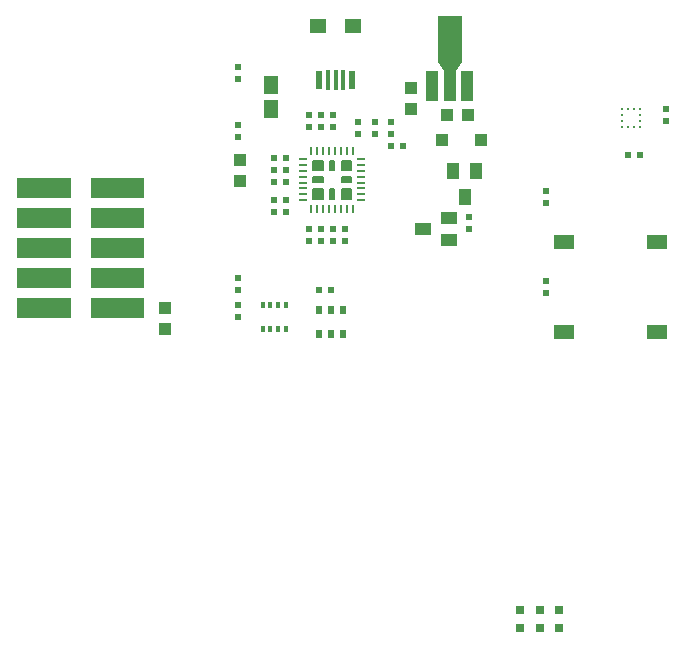
<source format=gbr>
G04 #@! TF.GenerationSoftware,KiCad,Pcbnew,5.1.0-rc2-unknown-036be7d~80~ubuntu16.04.1*
G04 #@! TF.CreationDate,2022-05-16T13:48:37+03:00*
G04 #@! TF.ProjectId,LoRa-STM32WL-DevKit_RevD,4c6f5261-2d53-4544-9d33-32574c2d4465,D*
G04 #@! TF.SameCoordinates,Original*
G04 #@! TF.FileFunction,Paste,Top*
G04 #@! TF.FilePolarity,Positive*
%FSLAX46Y46*%
G04 Gerber Fmt 4.6, Leading zero omitted, Abs format (unit mm)*
G04 Created by KiCad (PCBNEW 5.1.0-rc2-unknown-036be7d~80~ubuntu16.04.1) date 2022-05-16 13:48:37*
%MOMM*%
%LPD*%
G04 APERTURE LIST*
%ADD10C,0.200000*%
%ADD11R,0.800000X0.800000*%
%ADD12R,1.778000X1.270000*%
%ADD13C,1.700000*%
%ADD14C,0.100000*%
%ADD15R,0.550000X0.500000*%
%ADD16R,0.325000X0.500000*%
%ADD17R,0.500000X0.800000*%
%ADD18C,0.749300*%
%ADD19R,1.998980X4.000500*%
%ADD20R,1.000760X2.501900*%
%ADD21R,0.500000X1.650000*%
%ADD22R,0.396120X1.721120*%
%ADD23R,1.354000X1.254000*%
%ADD24R,1.400000X1.000000*%
%ADD25R,1.000000X1.400000*%
%ADD26R,1.098400X1.098400*%
%ADD27R,0.500000X0.550000*%
%ADD28R,1.016000X1.016000*%
%ADD29R,0.255000X0.230000*%
%ADD30R,0.230000X0.255000*%
%ADD31R,0.780000X0.230000*%
%ADD32R,0.230000X0.780000*%
%ADD33R,1.270000X1.524000*%
G04 APERTURE END LIST*
D10*
X82715200Y-99771400D02*
X81915200Y-99771400D01*
X82715200Y-100571400D02*
X82715200Y-99771400D01*
X81915200Y-100571400D02*
X82715200Y-100571400D01*
X81915200Y-99771400D02*
X81915200Y-100571400D01*
X82015200Y-99771400D02*
X82015200Y-100571400D01*
X82115200Y-99771400D02*
X82115200Y-100571400D01*
X82215200Y-99771400D02*
X82215200Y-100571400D01*
X82315200Y-99771400D02*
X82315200Y-100571400D01*
X82415200Y-99771400D02*
X82415200Y-100571400D01*
X82515200Y-99771400D02*
X82515200Y-100571400D01*
X82615200Y-99771400D02*
X82615200Y-100571400D01*
X82615200Y-102171400D02*
X82615200Y-102971400D01*
X82515200Y-102171400D02*
X82515200Y-102971400D01*
X82415200Y-102171400D02*
X82415200Y-102971400D01*
X82315200Y-102171400D02*
X82315200Y-102971400D01*
X82215200Y-102171400D02*
X82215200Y-102971400D01*
X82115200Y-102171400D02*
X82115200Y-102971400D01*
X82015200Y-102171400D02*
X82015200Y-102971400D01*
X81915200Y-102171400D02*
X81915200Y-102971400D01*
X81915200Y-102971400D02*
X82715200Y-102971400D01*
X82715200Y-102971400D02*
X82715200Y-102171400D01*
X82715200Y-102171400D02*
X81915200Y-102171400D01*
X85015200Y-99771400D02*
X85015200Y-100571400D01*
X84915200Y-99771400D02*
X84915200Y-100571400D01*
X84815200Y-99771400D02*
X84815200Y-100571400D01*
X84715200Y-99771400D02*
X84715200Y-100571400D01*
X84615200Y-99771400D02*
X84615200Y-100571400D01*
X84515200Y-99771400D02*
X84515200Y-100571400D01*
X84415200Y-99771400D02*
X84415200Y-100571400D01*
X84315200Y-99771400D02*
X84315200Y-100571400D01*
X84315200Y-100571400D02*
X85115200Y-100571400D01*
X85115200Y-100571400D02*
X85115200Y-99771400D01*
X85115200Y-99771400D02*
X84315200Y-99771400D01*
X85115200Y-102171400D02*
X84315200Y-102171400D01*
X85115200Y-102971400D02*
X85115200Y-102171400D01*
X84315200Y-102971400D02*
X85115200Y-102971400D01*
X84315200Y-102171400D02*
X84315200Y-102971400D01*
X84415200Y-102171400D02*
X84415200Y-102971400D01*
X84515200Y-102171400D02*
X84515200Y-102971400D01*
X84615200Y-102171400D02*
X84615200Y-102971400D01*
X84715200Y-102171400D02*
X84715200Y-102971400D01*
X84815200Y-102171400D02*
X84815200Y-102971400D01*
X84915200Y-102171400D02*
X84915200Y-102971400D01*
X85015200Y-102171400D02*
X85015200Y-102971400D01*
X81915200Y-101571400D02*
X81915200Y-101171400D01*
X82715200Y-101571400D02*
X81915200Y-101571400D01*
X82715200Y-101171400D02*
X82715200Y-101571400D01*
X81915200Y-101171400D02*
X82715200Y-101171400D01*
X81915200Y-101271400D02*
X82715200Y-101271400D01*
X81915200Y-101371400D02*
X82715200Y-101371400D01*
X81915200Y-101471400D02*
X82715200Y-101471400D01*
X84315200Y-101471400D02*
X85115200Y-101471400D01*
X84315200Y-101371400D02*
X85115200Y-101371400D01*
X84315200Y-101271400D02*
X85115200Y-101271400D01*
X84315200Y-101171400D02*
X85115200Y-101171400D01*
X85115200Y-101171400D02*
X85115200Y-101571400D01*
X85115200Y-101571400D02*
X84315200Y-101571400D01*
X84315200Y-101571400D02*
X84315200Y-101171400D01*
X83715200Y-99771400D02*
X83315200Y-99771400D01*
X83715200Y-100571400D02*
X83715200Y-99771400D01*
X83315200Y-100571400D02*
X83715200Y-100571400D01*
X83315200Y-99771400D02*
X83315200Y-100571400D01*
X83415200Y-99771400D02*
X83415200Y-100571400D01*
X83515200Y-100571400D02*
X83515200Y-99771400D01*
X83615200Y-99771400D02*
X83615200Y-100571400D01*
X83615200Y-102171400D02*
X83615200Y-102971400D01*
X83515200Y-102971400D02*
X83515200Y-102171400D01*
X83415200Y-102171400D02*
X83415200Y-102971400D01*
X83315200Y-102171400D02*
X83315200Y-102971400D01*
X83315200Y-102971400D02*
X83715200Y-102971400D01*
X83715200Y-102971400D02*
X83715200Y-102171400D01*
X83715200Y-102171400D02*
X83315200Y-102171400D01*
D11*
X102743000Y-139319000D03*
X102743000Y-137795000D03*
D12*
X110998000Y-106680000D03*
X103124000Y-106680000D03*
D13*
X65355000Y-112268000D03*
D14*
G36*
X67630000Y-113118000D02*
G01*
X63080000Y-113118000D01*
X63080000Y-111418000D01*
X67630000Y-111418000D01*
X67630000Y-113118000D01*
X67630000Y-113118000D01*
G37*
D13*
X65355000Y-109728000D03*
D14*
G36*
X67630000Y-110578000D02*
G01*
X63080000Y-110578000D01*
X63080000Y-108878000D01*
X67630000Y-108878000D01*
X67630000Y-110578000D01*
X67630000Y-110578000D01*
G37*
D13*
X65355000Y-107188000D03*
D14*
G36*
X67630000Y-108038000D02*
G01*
X63080000Y-108038000D01*
X63080000Y-106338000D01*
X67630000Y-106338000D01*
X67630000Y-108038000D01*
X67630000Y-108038000D01*
G37*
D13*
X65355000Y-104648000D03*
D14*
G36*
X67630000Y-105498000D02*
G01*
X63080000Y-105498000D01*
X63080000Y-103798000D01*
X67630000Y-103798000D01*
X67630000Y-105498000D01*
X67630000Y-105498000D01*
G37*
D13*
X65355000Y-102108000D03*
D14*
G36*
X67630000Y-102958000D02*
G01*
X63080000Y-102958000D01*
X63080000Y-101258000D01*
X67630000Y-101258000D01*
X67630000Y-102958000D01*
X67630000Y-102958000D01*
G37*
D13*
X59105000Y-102108000D03*
D14*
G36*
X61380000Y-102958000D02*
G01*
X56830000Y-102958000D01*
X56830000Y-101258000D01*
X61380000Y-101258000D01*
X61380000Y-102958000D01*
X61380000Y-102958000D01*
G37*
D13*
X59105000Y-104648000D03*
D14*
G36*
X61380000Y-105498000D02*
G01*
X56830000Y-105498000D01*
X56830000Y-103798000D01*
X61380000Y-103798000D01*
X61380000Y-105498000D01*
X61380000Y-105498000D01*
G37*
D13*
X59105000Y-112268000D03*
D14*
G36*
X61380000Y-113118000D02*
G01*
X56830000Y-113118000D01*
X56830000Y-111418000D01*
X61380000Y-111418000D01*
X61380000Y-113118000D01*
X61380000Y-113118000D01*
G37*
D13*
X59105000Y-109728000D03*
D14*
G36*
X61380000Y-110578000D02*
G01*
X56830000Y-110578000D01*
X56830000Y-108878000D01*
X61380000Y-108878000D01*
X61380000Y-110578000D01*
X61380000Y-110578000D01*
G37*
D13*
X59105000Y-107188000D03*
D14*
G36*
X61380000Y-108038000D02*
G01*
X56830000Y-108038000D01*
X56830000Y-106338000D01*
X61380000Y-106338000D01*
X61380000Y-108038000D01*
X61380000Y-108038000D01*
G37*
D15*
X75565000Y-113030000D03*
X75565000Y-112014000D03*
D16*
X78925000Y-114050000D03*
X78275000Y-112000000D03*
X78925000Y-112000000D03*
X79575000Y-112000000D03*
X79575000Y-114050000D03*
X78275000Y-114050000D03*
X77625000Y-114050000D03*
X77625000Y-112000000D03*
D17*
X84439000Y-114411000D03*
X82439000Y-114411000D03*
X82439000Y-112411000D03*
X83439000Y-112411000D03*
X84439000Y-112411000D03*
X83439000Y-114411000D03*
D18*
X93472000Y-91808300D03*
D14*
G36*
X94472760Y-91433650D02*
G01*
X93972380Y-92182950D01*
X92971620Y-92182950D01*
X92471240Y-91433650D01*
X94472760Y-91433650D01*
X94472760Y-91433650D01*
G37*
D19*
X93472000Y-89458800D03*
D20*
X94973140Y-93411040D03*
X93472000Y-93411040D03*
X91970860Y-93411040D03*
D21*
X85207500Y-92939000D03*
D22*
X84470000Y-92939000D03*
X83820000Y-92939000D03*
X83170000Y-92939000D03*
D21*
X82432500Y-92939000D03*
D23*
X85320000Y-88389000D03*
X82320000Y-88389000D03*
D24*
X93436440Y-106486960D03*
X93436440Y-104584500D03*
X91226640Y-105539540D03*
D12*
X110998000Y-114300000D03*
X103124000Y-114300000D03*
D11*
X99441000Y-139319000D03*
X99441000Y-137795000D03*
X101092000Y-139319000D03*
X101092000Y-137795000D03*
D25*
X95691960Y-100619560D03*
X93789500Y-100619560D03*
X94744540Y-102829360D03*
D15*
X111760000Y-96393000D03*
X111760000Y-95377000D03*
D26*
X96123000Y-98044000D03*
X92853000Y-98044000D03*
D27*
X79629000Y-104140000D03*
X78613000Y-104140000D03*
D15*
X88519000Y-96520000D03*
X88519000Y-97536000D03*
D27*
X88519000Y-98552000D03*
X89535000Y-98552000D03*
D15*
X81534000Y-96901000D03*
X81534000Y-95885000D03*
X83566000Y-96901000D03*
X83566000Y-95885000D03*
X82550000Y-96901000D03*
X82550000Y-95885000D03*
X83566000Y-106553000D03*
X83566000Y-105537000D03*
D27*
X78613000Y-99568000D03*
X79629000Y-99568000D03*
X78613000Y-100584000D03*
X79629000Y-100584000D03*
X78613000Y-101600000D03*
X79629000Y-101600000D03*
X79629000Y-103124000D03*
X78613000Y-103124000D03*
D15*
X85725000Y-96520000D03*
X85725000Y-97536000D03*
X84582000Y-106553000D03*
X84582000Y-105537000D03*
D28*
X93243400Y-95859600D03*
X95021400Y-95859600D03*
D15*
X82550000Y-106553000D03*
X82550000Y-105537000D03*
D28*
X90170000Y-93599000D03*
X90170000Y-95377000D03*
D15*
X81534000Y-106553000D03*
X81534000Y-105537000D03*
D29*
X108089000Y-95389000D03*
X108089000Y-95889000D03*
X108089000Y-96389000D03*
X108089000Y-96889000D03*
D30*
X108589000Y-96889000D03*
X109089000Y-96889000D03*
D29*
X109589000Y-96889000D03*
X109589000Y-96389000D03*
X109589000Y-95889000D03*
X109589000Y-95389000D03*
D30*
X109089000Y-95389000D03*
X108589000Y-95389000D03*
D15*
X75565000Y-109728000D03*
X75565000Y-110744000D03*
X75565000Y-97790000D03*
X75565000Y-96774000D03*
X75565000Y-92837000D03*
X75565000Y-91821000D03*
X101600000Y-110998000D03*
X101600000Y-109982000D03*
D28*
X69342000Y-112268000D03*
X69342000Y-114046000D03*
D27*
X82423000Y-110744000D03*
X83439000Y-110744000D03*
D28*
X75692000Y-99695000D03*
X75692000Y-101473000D03*
D27*
X109601000Y-99314000D03*
X108585000Y-99314000D03*
D15*
X101600000Y-102362000D03*
X101600000Y-103378000D03*
X87122000Y-97536000D03*
X87122000Y-96520000D03*
X95123000Y-104521000D03*
X95123000Y-105537000D03*
D31*
X81065200Y-103121400D03*
X81065200Y-102621400D03*
X81065200Y-102121400D03*
X81065200Y-101621400D03*
X81065200Y-101121400D03*
X81065200Y-100621400D03*
X81065200Y-100121400D03*
X81065200Y-99621400D03*
D32*
X81765200Y-98921400D03*
X82265200Y-98921400D03*
X82765200Y-98921400D03*
X83265200Y-98921400D03*
X83765200Y-98921400D03*
X84265200Y-98921400D03*
X84765200Y-98921400D03*
X85265200Y-98921400D03*
D31*
X85965200Y-99621400D03*
X85965200Y-100121400D03*
X85965200Y-100621400D03*
X85965200Y-101121400D03*
X85965200Y-101621400D03*
X85965200Y-102121400D03*
X85965200Y-102621400D03*
X85965200Y-103121400D03*
D32*
X85265200Y-103821400D03*
X84765200Y-103821400D03*
X84265200Y-103821400D03*
X83765200Y-103821400D03*
X83265200Y-103821400D03*
X82765200Y-103821400D03*
X82265200Y-103821400D03*
X81765200Y-103821400D03*
D33*
X78359000Y-95377000D03*
X78359000Y-93345000D03*
M02*

</source>
